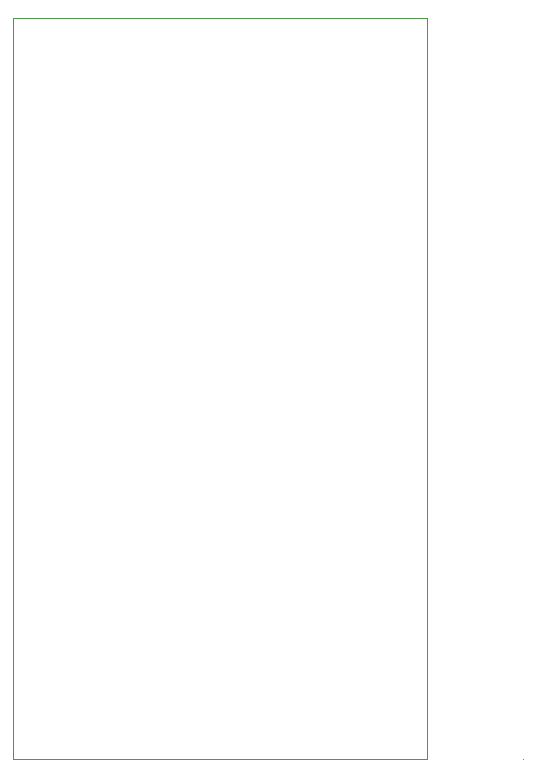
<source format=gm1>
%TF.GenerationSoftware,KiCad,Pcbnew,(6.0.1)*%
%TF.CreationDate,2022-01-31T22:44:09+01:00*%
%TF.ProjectId,TRX_Board,5452585f-426f-4617-9264-2e6b69636164,V 1.0a*%
%TF.SameCoordinates,Original*%
%TF.FileFunction,Profile,NP*%
%FSLAX46Y46*%
G04 Gerber Fmt 4.6, Leading zero omitted, Abs format (unit mm)*
G04 Created by KiCad (PCBNEW (6.0.1)) date 2022-01-31 22:44:09*
%MOMM*%
%LPD*%
G01*
G04 APERTURE LIST*
%TA.AperFunction,Profile*%
%ADD10C,0.050000*%
%TD*%
G04 APERTURE END LIST*
D10*
X105410000Y-127000000D02*
X105410000Y-64262000D01*
X148590000Y-127000000D02*
X148590000Y-127000000D01*
X105410000Y-64262000D02*
X140462000Y-64262000D01*
X140462000Y-64262000D02*
X140462000Y-127000000D01*
X140462000Y-127000000D02*
X105410000Y-127000000D01*
M02*

</source>
